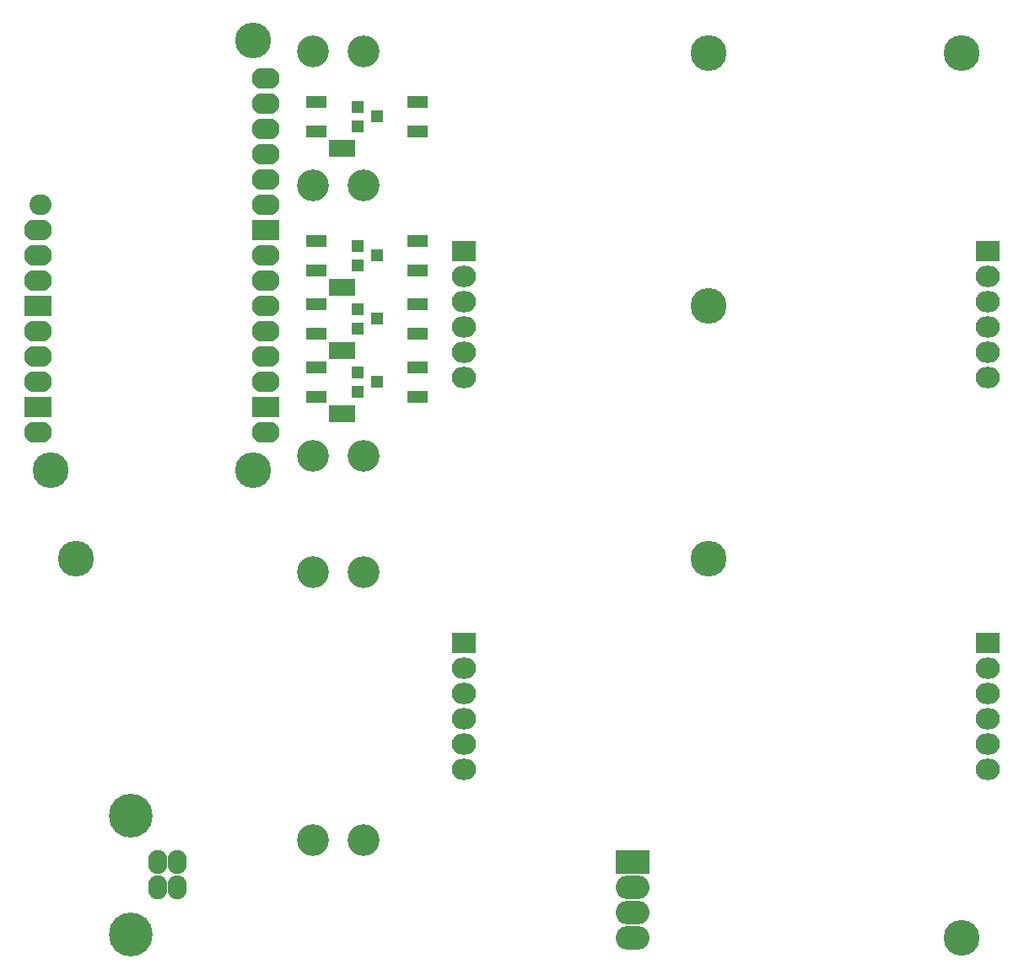
<source format=gts>
G04 #@! TF.FileFunction,Soldermask,Top*
%FSLAX46Y46*%
G04 Gerber Fmt 4.6, Leading zero omitted, Abs format (unit mm)*
G04 Created by KiCad (PCBNEW 4.0.4-stable) date 01/08/18 17:18:11*
%MOMM*%
%LPD*%
G01*
G04 APERTURE LIST*
%ADD10C,0.250000*%
%ADD11C,3.600000*%
%ADD12R,2.800000X2.100000*%
%ADD13O,2.800000X2.100000*%
%ADD14O,2.200000X2.100000*%
%ADD15O,2.432000X2.127200*%
%ADD16R,2.432000X2.127200*%
%ADD17C,3.200000*%
%ADD18R,1.300000X1.200000*%
%ADD19R,2.100000X1.300000*%
%ADD20R,1.370000X1.670000*%
%ADD21O,1.920000X2.400000*%
%ADD22C,4.400000*%
%ADD23O,3.400000X2.400000*%
%ADD24R,3.400000X2.400000*%
G04 APERTURE END LIST*
D10*
D11*
X78740000Y-119380000D03*
X142240000Y-119380000D03*
X142240000Y-93980000D03*
X142240000Y-68580000D03*
X167640000Y-157480000D03*
D12*
X97790000Y-104140000D03*
D13*
X97790000Y-101600000D03*
X97790000Y-99060000D03*
X97790000Y-96520000D03*
X97790000Y-93980000D03*
D14*
X75180000Y-83820000D03*
D13*
X97790000Y-91440000D03*
X74930000Y-86360000D03*
X97790000Y-88900000D03*
X74930000Y-88900000D03*
D12*
X97790000Y-86360000D03*
D13*
X74930000Y-91440000D03*
X97790000Y-83820000D03*
D12*
X74930000Y-93980000D03*
D13*
X97790000Y-81280000D03*
X74930000Y-96520000D03*
X97790000Y-78740000D03*
X74930000Y-99060000D03*
X97790000Y-76200000D03*
X74930000Y-101600000D03*
X97790000Y-73660000D03*
D12*
X74930000Y-104140000D03*
D13*
X97790000Y-71120000D03*
X74930000Y-106680000D03*
X97790000Y-106680000D03*
D11*
X96520000Y-67310000D03*
X96520000Y-110490000D03*
X76200000Y-110490000D03*
D15*
X117625000Y-101175000D03*
X117625000Y-98635000D03*
X117625000Y-96095000D03*
X117625000Y-93555000D03*
X117625000Y-91015000D03*
D16*
X117625000Y-88475000D03*
D17*
X102455980Y-68336160D03*
X107535980Y-68336160D03*
X102453440Y-81798160D03*
X107533440Y-81798160D03*
X102453440Y-108976160D03*
X107533440Y-108976160D03*
X102453440Y-120660160D03*
X107533440Y-120660160D03*
X102453440Y-147584160D03*
X107533440Y-147584160D03*
D15*
X117625000Y-140550000D03*
X117625000Y-138010000D03*
X117625000Y-135470000D03*
X117625000Y-132930000D03*
X117625000Y-130390000D03*
D16*
X117625000Y-127850000D03*
D15*
X170200000Y-101175000D03*
X170200000Y-98635000D03*
X170200000Y-96095000D03*
X170200000Y-93555000D03*
X170200000Y-91015000D03*
D16*
X170200000Y-88475000D03*
D15*
X170200000Y-140525000D03*
X170200000Y-137985000D03*
X170200000Y-135445000D03*
X170200000Y-132905000D03*
X170200000Y-130365000D03*
D16*
X170200000Y-127825000D03*
D18*
X106950000Y-100650000D03*
X106950000Y-102550000D03*
X108950000Y-101600000D03*
X106950000Y-94300000D03*
X106950000Y-96200000D03*
X108950000Y-95250000D03*
X106950000Y-87950000D03*
X106950000Y-89850000D03*
X108950000Y-88900000D03*
X106950000Y-73980000D03*
X106950000Y-75880000D03*
X108950000Y-74930000D03*
D19*
X102870000Y-100150000D03*
X102870000Y-103050000D03*
X102870000Y-93800000D03*
X102870000Y-96700000D03*
X102870000Y-87450000D03*
X102870000Y-90350000D03*
X102870000Y-73480000D03*
X102870000Y-76380000D03*
X113030000Y-100150000D03*
X113030000Y-103050000D03*
X113030000Y-93800000D03*
X113030000Y-96700000D03*
X113030000Y-87450000D03*
X113030000Y-90350000D03*
X113030000Y-73480000D03*
X113030000Y-76380000D03*
D20*
X104770000Y-98425000D03*
X106050000Y-98425000D03*
X104770000Y-92075000D03*
X106050000Y-92075000D03*
X104770000Y-104775000D03*
X106050000Y-104775000D03*
X104770000Y-78105000D03*
X106050000Y-78105000D03*
D21*
X88900000Y-149860000D03*
X88900000Y-152400000D03*
X86900000Y-152400000D03*
X86900000Y-149860000D03*
D22*
X84200000Y-145130000D03*
X84200000Y-157130000D03*
D23*
X134620000Y-157480000D03*
X134620000Y-154940000D03*
X134620000Y-152400000D03*
D24*
X134620000Y-149860000D03*
D11*
X167640000Y-68580000D03*
M02*

</source>
